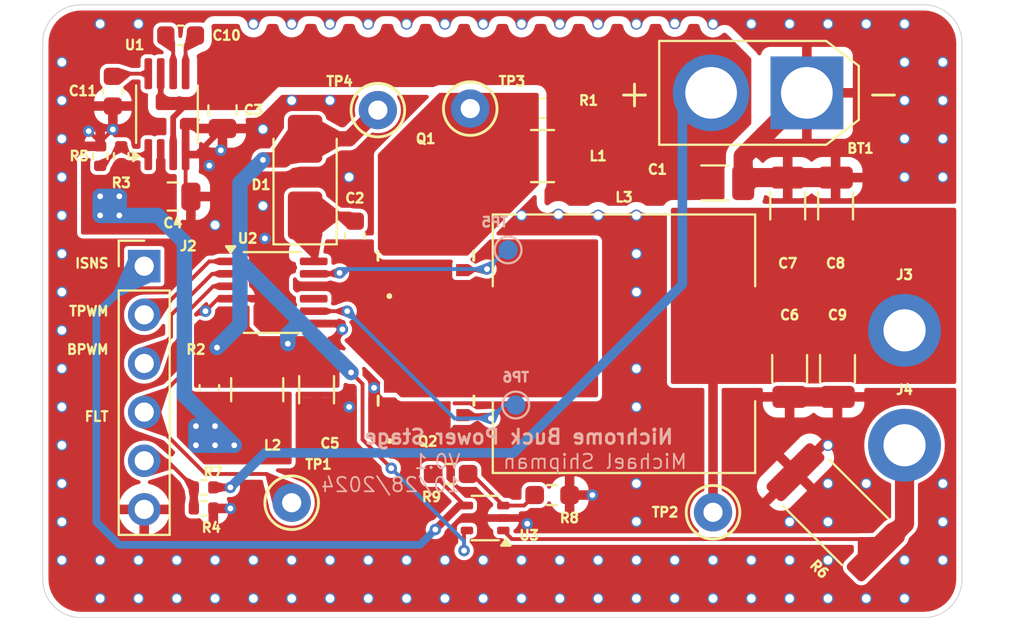
<source format=kicad_pcb>
(kicad_pcb (version 20240108) (generator "pcbnew") (generator_version "8.0")
  (layers (0 "F.Cu" signal) (1 "In1.Cu" signal) (2 "In2.Cu" signal) (31 "B.Cu" signal) (34 "B.Paste" user) (35 "F.Paste" user) (36 "B.SilkS" user "B.Silkscreen") (37 "F.SilkS" user "F.Silkscreen") (38 "B.Mask" user) (39 "F.Mask" user) (44 "Edge.Cuts" user))
  (net 0 "")
  (net 1 "+BATT")
  (net 2 "GND")
  (net 3 "VCC")
  (net 4 "Net-(D1-K)")
  (net 5 "/ISNS")
  (net 6 "/BOT_PWM")
  (net 7 "/COMP2_INP")
  (net 8 "Net-(J3-Pin_1)")
  (net 9 "/TOP_PWM")
  (net 10 "Net-(Q1-D)")
  (net 11 "Net-(U1-VOUT)")
  (net 12 "/FLT")
  (net 13 "Net-(U1-SS)")
  (net 14 "Net-(U1-PGOOD{slash}FB)")
  (net 15 "Net-(U1-C+)")
  (net 16 "Net-(U1-C-)")
  (net 17 "Net-(Q1-S)")
  (net 18 "Net-(Q1-G)")
  (net 19 "Net-(Q2-G)")
  (net 21 "Net-(J4-Pin_1)")
  (net 22 "Net-(U3--)")
  (footprint "Capacitor_SMD:C_1206_3216Metric" (layer "F.Cu") (at 150.1 97.3)
    (property "Reference" "C1")
    (property "Value" "15uF")
  )
  (footprint "Capacitor_SMD:C_0603_1608Metric" (layer "F.Cu") (at 118.6625 92.5125 -90)
    (property "Reference" "C11")
    (property "Value" "8nF")
  )
  (footprint "Capacitor_SMD:C_0603_1608Metric" (layer "F.Cu") (at 131.3 100.075 -90)
    (property "Reference" "C2")
    (property "Value" "100nF")
  )
  (footprint "TestPoint:TestPoint_Keystone_5000-5004_Miniature" (layer "F.Cu") (at 132.5 93.5)
    (property "Reference" "TP4")
    (property "Value" "TestPoint")
  )
  (footprint "Capacitor_SMD:C_0805_2012Metric" (layer "F.Cu") (at 121.7875 98.0125)
    (property "Reference" "C4")
    (property "Value" "10uF")
  )
  (footprint "Resistor_SMD:R_0402_1005Metric" (layer "F.Cu") (at 123.4 114.3)
    (property "Reference" "R7")
    (property "Value" "10k")
  )
  (footprint "BPP_Lib:CSD17307Q5A" (layer "F.Cu") (at 135.015 106.690744 90)
    (property "Reference" "Q2")
    (property "Value" "NMOS")
  )
  (footprint "Capacitor_SMD:C_1206_3216Metric" (layer "F.Cu") (at 156.4 98.5 90)
    (property "Reference" "C8")
    (property "Value" "10uF")
  )
  (footprint "BPP_Lib:Wurth_74437368047" (layer "F.Cu") (at 145.35 105.7)
    (property "Reference" "L3")
    (property "Value" "4.7uH")
  )
  (footprint "Capacitor_SMD:C_0603_1608Metric" (layer "F.Cu") (at 141.1 93.4)
    (property "Reference" "R1")
    (property "Value" "100m")
  )
  (footprint "Capacitor_SMD:C_0603_1608Metric" (layer "F.Cu") (at 123.7 108 90)
    (property "Reference" "R2")
    (property "Value" "100m")
  )
  (footprint "BPP_Lib:BalloonArt_Mask" (layer "F.Cu") (at 131.2 114.2)
    (property "Reference" "REF**" (hide yes))
    (property "Value" "BalloonArt_Mask")
  )
  (footprint "Inductor_SMD:L_1210_3225Metric" (layer "F.Cu") (at 141.1 95.9)
    (property "Reference" "L1")
    (property "Value" "3.3uH")
  )
  (footprint "Package_SO:MSOP-12-1EP_3x4mm_P0.65mm_EP1.65x2.85mm" (layer "F.Cu") (at 127 103.025)
    (property "Reference" "U2")
    (property "Value" "LTC7061IMSE-WTRPBF")
  )
  (footprint "BPP_Lib:CSD17307Q5A" (layer "F.Cu") (at 135.005 99.1206 90)
    (property "Reference" "Q1")
    (property "Value" "NMOS")
  )
  (footprint "Capacitor_SMD:C_1206_3216Metric" (layer "F.Cu") (at 154 107 -90)
    (property "Reference" "C6")
    (property "Value" "10uF")
  )
  (footprint "Resistor_SMD:R_0402_1005Metric" (layer "F.Cu") (at 118 95.9 90)
    (property "Reference" "R5")
    (property "Value" "10k")
  )
  (footprint "Resistor_SMD:R_0402_1005Metric" (layer "F.Cu") (at 123.4 113.2 180)
    (property "Reference" "R4")
    (property "Value" "14k")
  )
  (footprint "TestPoint:TestPoint_Keystone_5000-5004_Miniature" (layer "F.Cu") (at 150 114.5)
    (property "Reference" "TP2")
    (property "Value" "TestPoint")
  )
  (footprint "TestPoint:TestPoint_Keystone_5000-5004_Miniature" (layer "F.Cu") (at 137.324129 93.421197)
    (property "Reference" "TP3")
    (property "Value" "TestPoint")
  )
  (footprint "Package_SO:MSOP-8_3x3mm_P0.65mm" (layer "F.Cu") (at 121.4875 93.7125 90)
    (property "Reference" "U1")
    (property "Value" "LTC1751")
  )
  (footprint "Resistor_SMD:R_2512_6332Metric" (layer "F.Cu") (at 156.4 114.5 -45)
    (property "Reference" "R6")
    (property "Value" "5m")
  )
  (footprint "Resistor_SMD:R_0603_1608Metric_Pad0.98x0.95mm_HandSolder" (layer "F.Cu") (at 136.3 112.5 180)
    (property "Reference" "R9")
    (property "Value" "39.2k")
  )
  (footprint "Capacitor_SMD:C_1206_3216Metric" (layer "F.Cu") (at 156.5 107 -90)
    (property "Reference" "C9")
    (property "Value" "10uF")
  )
  (footprint "Capacitor_SMD:C_1206_3216Metric" (layer "F.Cu") (at 129.3 108.1 -90)
    (property "Reference" "C5")
    (property "Value" "15uF")
  )
  (footprint "Connector_AMASS:AMASS_XT30U-F_1x02_P5.0mm_Vertical" (layer "F.Cu") (at 154.9 92.6 180)
    (property "Reference" "BT1")
    (property "Value" "1S")
  )
  (footprint "MountingHole:MountingHole_2.2mm_M2_DIN965_Pad" (layer "F.Cu") (at 160 105)
    (property "Reference" "J3")
    (property "Value" "Conn_01x01_Pin")
  )
  (footprint "Package_TO_SOT_SMD:SOT-353_SC-70-5" (layer "F.Cu") (at 138.1 114.8 180)
    (property "Reference" "U3")
    (property "Value" "TLV172IDCK")
  )
  (footprint "Capacitor_SMD:C_0805_2012Metric" (layer "F.Cu") (at 124.3875 93.5125 -90)
    (property "Reference" "C3")
    (property "Value" "10uF")
  )
  (footprint "Inductor_SMD:L_1210_3225Metric" (layer "F.Cu") (at 126.2 108.1 90)
    (property "Reference" "L2")
    (property "Value" "3.3uH")
  )
  (footprint "Connector_PinHeader_2.54mm:PinHeader_1x06_P2.54mm_Vertical" (layer "F.Cu") (at 120.3 101.65)
    (property "Reference" "J2")
    (property "Value" "Conn_01x06_Socket")
  )
  (footprint "Capacitor_SMD:C_0603_1608Metric" (layer "F.Cu") (at 122.2 89.6)
    (property "Reference" "C10")
    (property "Value" "1uF")
  )
  (footprint "TestPoint:TestPoint_Keystone_5000-5004_Miniature" (layer "F.Cu") (at 128 114)
    (property "Reference" "TP1")
    (property "Value" "TestPoint")
  )
  (footprint "Diode_SMD:D_SMA" (layer "F.Cu") (at 128.7 97 90)
    (property "Reference" "D1")
    (property "Value" "D_Schottky_Small")
  )
  (footprint "Resistor_SMD:R_0402_1005Metric" (layer "F.Cu") (at 119.1 95.9 90)
    (property "Reference" "R3")
    (property "Value" "72.9k")
  )
  (footprint "Resistor_SMD:R_0603_1608Metric_Pad0.98x0.95mm_HandSolder" (layer "F.Cu") (at 141.6 113.6)
    (property "Reference" "R8")
    (property "Value" "1.4k")
  )
  (footprint "MountingHole:MountingHole_2.2mm_M2_DIN965_Pad" (layer "F.Cu") (at 160 111)
    (property "Reference" "J4")
    (property "Value" "Conn_01x01_Pin")
  )
  (footprint "Capacitor_SMD:C_1206_3216Metric" (layer "F.Cu") (at 153.9 98.5 90)
    (property "Reference" "C7")
    (property "Value" "10uF")
  )
  (footprint "TestPoint:TestPoint_Pad_D1.0mm" (layer "B.Cu") (at 139.7 108.9 180)
    (property "Reference" "TP6")
    (property "Value" "TestPoint")
  )
  (footprint "TestPoint:TestPoint_Pad_D1.0mm" (layer "B.Cu") (at 139.3 100.8 180)
    (property "Reference" "TP5")
    (property "Value" "TestPoint")
  )
  (gr_arc (start 161 88) (mid 162.414214 88.585786) (end 163 90) (stroke (width 0.05)) (layer "Edge.Cuts"))
  (gr_arc (start 117 120) (mid 115.585786 119.414214) (end 115 118) (stroke (width 0.05)) (layer "Edge.Cuts"))
  (gr_line (start 117 88) (end 161 88) (stroke (width 0.05)) (layer "Edge.Cuts"))
  (gr_line (start 115 118) (end 115 90) (stroke (width 0.05)) (layer "Edge.Cuts"))
  (gr_line (start 163 90) (end 163 118) (stroke (width 0.05)) (layer "Edge.Cuts"))
  (gr_arc (start 163 118) (mid 162.414214 119.414214) (end 161 120) (stroke (width 0.05)) (layer "Edge.Cuts"))
  (gr_line (start 161 120) (end 117 120) (stroke (width 0.05)) (layer "Edge.Cuts"))
  (gr_arc (start 115 90) (mid 115.585786 88.585786) (end 117 88) (stroke (width 0.05)) (layer "Edge.Cuts"))
  (gr_text "Michael Shipman	V0.1\n				10/28/2024" (at 148.7 113.5 0) (layer "B.SilkS") (effects (font (size 0.75 0.75) (thickness 0.09375)) (justify left bottom mirror)))
  (gr_text "Nichrome Buck Power Stage" (at 148 111 -0) (layer "B.SilkS") (effects (font (size 0.75 0.75) (thickness 0.15) (bold yes)) (justify left bottom mirror)))
  (gr_text "ISNS" (at 118.5 101.5 0) (layer "F.SilkS") (effects (font (size 0.5 0.5) (thickness 0.12)) (justify right)))
  (gr_text "BPWM" (at 118.5 106 0) (layer "F.SilkS") (effects (font (size 0.5 0.5) (thickness 0.12)) (justify right)))
  (gr_text "TPWM" (at 118.5 104 0) (layer "F.SilkS") (effects (font (size 0.5 0.5) (thickness 0.12)) (justify right)))
  (gr_text "FLT" (at 118.5 109.5 0) (layer "F.SilkS") (effects (font (size 0.5 0.5) (thickness 0.12)) (justify right)))
  (segment (start 121.1625 91.6) (end 121.1625 92.6875) (width 0.3) (layer "F.Cu") (net 1))
  (segment (start 121.5875 93.1125) (end 122.5875 93.1125) (width 0.3) (layer "F.Cu") (net 1))
  (segment (start 121.1625 92.6875) (end 121.5875 93.1125) (width 0.3) (layer "F.Cu") (net 1))
  (segment (start 121.8125 93.8875) (end 122.5875 93.1125) (width 0.3) (layer "F.Cu") (net 1))
  (segment (start 122.5875 93.1125) (end 123.8375 93.1125) (width 0.3) (layer "F.Cu") (net 1))
  (segment (start 124.8 113.2) (end 123.91 113.2) (width 0.4) (layer "F.Cu") (net 1))
  (segment (start 121.8125 95.825) (end 121.8125 93.8875) (width 0.3) (layer "F.Cu") (net 1))
  (segment (start 123.8375 93.1125) (end 124.3875 92.5625) (width 0.3) (layer "F.Cu") (net 1))
  (via (at 124.8 113.2) (size 0.6) (drill 0.3) (layers "F.Cu" "B.Cu") (net 1))
  (segment (start 148.4 102.6) (end 148.4 92.2) (width 0.5) (layer "B.Cu") (net 1))
  (segment (start 139.6 111.4) (end 148.4 102.6) (width 0.5) (layer "B.Cu") (net 1))
  (segment (start 124.8 113.2) (end 126.6 111.4) (width 0.5) (layer "B.Cu") (net 1))
  (segment (start 126.6 111.4) (end 139.6 111.4) (width 0.5) (layer "B.Cu") (net 1))
  (segment (start 129.15 104.65) (end 128.15 104.65) (width 0.4) (layer "F.Cu") (net 2))
  (segment (start 153.9 97.025) (end 152.05 97.025) (width 1) (layer "F.Cu") (net 2))
  (segment (start 118 95.39) (end 118 95.175) (width 0.2) (layer "F.Cu") (net 2))
  (segment (start 127 100.6) (end 126.6 100.2) (width 0.4) (layer "F.Cu") (net 2))
  (segment (start 152.05 97.025) (end 151.775 97.3) (width 1) (layer "F.Cu") (net 2))
  (segment (start 124.3875 94.4625) (end 124.3 94.55) (width 0.3) (layer "F.Cu") (net 2))
  (segment (start 127 103.5) (end 127 103.025) (width 0.2) (layer "F.Cu") (net 2))
  (segment (start 118 95.175) (end 118.6625 94.5125) (width 0.2) (layer "F.Cu") (net 2))
  (segment (start 128.15 104.65) (end 127 103.5) (width 0.2) (layer "F.Cu") (net 2))
  (segment (start 123.175 95.675) (end 123.7 96.2) (width 0.3) (layer "F.Cu") (net 2))
  (segment (start 118 95.2) (end 117.4 94.6) (width 0.2) (layer "F.Cu") (net 2))
  (segment (start 151.575 95.925) (end 154.9 92.6) (width 1) (layer "F.Cu") (net 2))
  (segment (start 123.7 96.2) (end 123.7 96.4) (width 0.3) (layer "F.Cu") (net 2))
  (segment (start 118.6625 93.2875) (end 118.6625 94.5125) (width 0.2) (layer "F.Cu") (net 2))
  (segment (start 122.4625 95.825) (end 123.025 95.825) (width 0.3) (layer "F.Cu") (net 2))
  (segment (start 124.8 114.3) (end 123.91 114.3) (width 0.2) (layer "F.Cu") (net 2))
  (segment (start 127 103.025) (end 127 100.6) (width 0.4) (layer "F.Cu") (net 2))
  (segment (start 124.15 103.35) (end 123.5 104) (width 0.2) (layer "F.Cu") (net 2))
  (segment (start 154 108.475) (end 156.5 108.475) (width 1) (layer "F.Cu") (net 2))
  (segment (start 122.4625 95.825) (end 122.4625 97.7375) (width 0.2) (layer "F.Cu") (net 2))
  (segment (start 123.025 95.825) (end 123.175 95.675) (width 0.3) (layer "F.Cu") (net 2))
  (segment (start 140 114.8) (end 140.3 115.1) (width 0.2) (layer "F.Cu") (net 2))
  (segment (start 130.35 104.65) (end 129.15 104.65) (width 0.4) (layer "F.Cu") (net 2))
  (segment (start 124.3 94.55) (end 124.3 95.6) (width 0.3) (layer "F.Cu") (net 2))
  (segment (start 151.775 97.3) (end 151.575 97.3) (width 1) (layer "F.Cu") (net 2))
  (segment (start 122.4625 97.7375) (end 122.7375 98.0125) (width 0.2) (layer "F.Cu") (net 2))
  (segment (start 124.85 103.35) (end 124.15 103.35) (width 0.2) (layer "F.Cu") (net 2))
  (segment (start 124.85 103.35) (end 126.675 103.35) (width 0.2) (layer "F.Cu") (net 2))
  (segment (start 151.575 97.3) (end 151.575 95.925) (width 1) (layer "F.Cu") (net 2))
  (segment (start 126.675 103.35) (end 127 103.025) (width 0.2) (layer "F.Cu") (net 2))
  (segment (start 143.7 113.6) (end 142.5125 113.6) (width 0.2) (layer "F.Cu") (net 2))
  (segment (start 139.05 114.8) (end 140 114.8) (width 0.2) (layer "F.Cu") (net 2))
  (segment (start 153.9 97.025) (end 156.4 97.025) (width 1) (layer "F.Cu") (net 2))
  (segment (start 123.175 95.675) (end 124.3875 94.4625) (width 0.3) (layer "F.Cu") (net 2))
  (segment (start 118 95.39) (end 118 95.2) (width 0.2) (layer "F.Cu") (net 2))
  (segment (start 130.65 104.95) (end 130.35 104.65) (width 0.4) (layer "F.Cu") (net 2))
  (via (at 116 107) (size 0.6) (drill 0.45) (layers "F.Cu" "B.Cu") (net 2))
  (via (at 146 107) (size 0.6) (drill 0.45) (layers "F.Cu" "B.Cu") (net 2))
  (via (at 156 113) (size 0.6) (drill 0.45) (layers "F.Cu" "B.Cu") (net 2))
  (via (at 148 88.974136) (size 0.6) (drill 0.45) (layers "F.Cu" "B.Cu") (net 2))
  (via (at 140.3 115.1) (size 0.6) (drill 0.3) (layers "F.Cu" "B.Cu") (net 2))
  (via (at 142 117) (size 0.6) (drill 0.45) (layers "F.Cu" "B.Cu") (net 2))
  (via (at 132.3 108) (size 0.6) (drill 0.3) (layers "F.Cu" "B.Cu") (net 2))
  (via (at 128 89) (size 0.6) (drill 0.45) (layers "F.Cu" "B.Cu") (net 2))
  (via (at 146 114.986354) (size 0.6) (drill 0.45) (layers "F.Cu" "B.Cu") (net 2))
  (via (at 154 115) (size 0.6) (drill 0.45) (layers "F.Cu" "B.Cu") (net 2))
  (via (at 126 89) (size 0.6) (drill 0.45) (layers "F.Cu" "B.Cu") (net 2))
  (via (at 160 97) (size 0.6) (drill 0.45) (layers "F.Cu" "B.Cu") (net 2))
  (via (at 138 119) (size 0.6) (drill 0.45) (layers "F.Cu" "B.Cu") (net 2))
  (via (at 156 117) (size 0.6) (drill 0.45) (layers "F.Cu" "B.Cu") (net 2))
  (via (at 152 119) (size 0.6) (drill 0.45) (layers "F.Cu" "B.Cu") (net 2))
  (via (at 136 119) (size 0.6) (drill 0.45) (layers "F.Cu" "B.Cu") (net 2))
  (via (at 116 97) (size 0.6) (drill 0.45) (layers "F.Cu" "B.Cu") (net 2))
  (via (at 141.925 98.95) (size 0.6) (drill 0.45) (layers "F.Cu" "B.Cu") (net 2))
  (via (at 160 117) (size 0.6) (drill 0.45) (layers "F.Cu" "B.Cu") (net 2))
  (via (at 148 119) (size 0.6) (drill 0.45) (layers "F.Cu" "B.Cu") (net 2))
  (via (at 144 117) (size 0.6) (drill 0.45) (layers "F.Cu" "B.Cu") (net 2))
  (via (at 116 95) (size 0.6) (drill 0.45) (layers "F.Cu" "B.Cu") (net 2))
  (via (at 128 119) (size 0.6) (drill 0.45) (layers "F.Cu" "B.Cu") (net 2))
  (via (at 160 119) (size 0.6) (drill 0.45) (layers "F.Cu" "B.Cu") (net 2))
  (via (at 138 117) (size 0.6) (drill 0.45) (layers "F.Cu" "B.Cu") (net 2))
  (via (at 126.5 94.5) (size 0.6) (drill 0.45) (layers "F.Cu" "B.Cu") (net 2))
  (via (at 143.7 113.6) (size 0.6) (drill 0.3) (layers "F.Cu" "B.Cu") (net 2))
  (via (at 162 91) (size 0.6) (drill 0.45) (layers "F.Cu" "B.Cu") (net 2))
  (via (at 146 89) (size 0.6) (drill 0.45) (layers "F.Cu" "B.Cu") (net 2))
  (via (at 116 103) (size 0.6) (drill 0.45) (layers "F.Cu" "B.Cu") (net 2))
  (via (at 146 117) (size 0.6) (drill 0.45) (layers "F.Cu" "B.Cu") (net 2))
  (via (at 117.4 94.6) (size 0.6) (drill 0.3) (layers "F.Cu" "B.Cu") (net 2))
  (via (at 124.8 114.3) (size 0.6) (drill 0.3) (layers "F.Cu" "B.Cu") (net 2))
  (via (at 118.6625 94.5125) (size 0.6) (drill 0.3) (layers "F.Cu" "B.Cu") (net 2))
  (via (at 142 119) (size 0.6) (drill 0.45) (layers "F.Cu" "B.Cu") (net 2))
  (via (at 120 89) (size 0.6) (drill 0.45) (layers "F.Cu" "B.Cu") (net 2))
  (via (at 146 119) (size 0.6) (drill 0.45) (layers "F.Cu" "B.Cu") (net 2))
  (via (at 156 115) (size 0.6) (drill 0.45) (layers "F.Cu" "B.Cu") (net 2))
  (via (at 148 117) (size 0.6) (drill 0.45) (layers "F.Cu" "B.Cu") (net 2))
  (via (at 140 117) (size 0.6) (drill 0.45) (layers "F.Cu" "B.Cu") (net 2))
  (via (at 130.65 104.95) (size 0.6) (drill 0.3) (layers "F.Cu" "B.Cu") (net 2))
  (via (at 156 89) (size 0.6) (drill 0.45) (layers "F.Cu" "B.Cu") (net 2))
  (via (at 128 93) (size 0.6) (drill 0.45) (layers "F.Cu" "B.Cu") (net 2))
  (via (at 126 116.999999) (size 0.6) (drill 0.45) (layers "F.Cu" "B.Cu") (net 2))
  (via (at 116 101) (size 0.6) (drill 0.45) (layers "F.Cu" "B.Cu") (net 2))
  (via (at 116 117) (size 0.6) (drill 0.45) (layers "F.Cu" "B.Cu") (net 2))
  (via (at 124 99.5) (size 0.6) (drill 0.45) (layers "F.Cu" "B.Cu") (net 2))
  (via (at 123.5 104) (size 0.6) (drill 0.3) (layers "F.Cu" "B.Cu") (net 2))
  (via (at 146 103) (size 0.6) (drill 0.45) (layers "F.Cu" "B.Cu") (net 2))
  (via (at 116 115) (size 0.6) (drill 0.45) (layers "F.Cu" "B.Cu") (net 2))
  (via (at 152 117) (size 0.6) (drill 0.45) (layers "F.Cu" "B.Cu") (net 2))
  (via (at 132 117) (size 0.6) (drill 0.45) (layers "F.Cu" "B.Cu") (net 2))
  (via (at 124.3 95.6) (size 0.6) (drill 0.3) (layers "F.Cu" "B.Cu") (net 2))
  (via (at 146 101) (size 0.6) (drill 0.45) (layers "F.Cu" "B.Cu") (net 2))
  (via (at 134 119) (size 0.6) (drill 0.45) (layers "F.Cu" "B.Cu") (net 2))
  (via (at 124 117) (size 0.6) (drill 0.45) (layers "F.Cu" "B.Cu") (net 2))
  (via (at 162 113) (size 0.6) (drill 0.45) (layers "F.Cu" "B.Cu") (net 2))
  (via (at 152 89) (size 0.6) (drill 0.45) (layers "F.Cu" "B.Cu") (net 2))
  (via (at 132 119) (size 0.6) (drill 0.45) (layers "F.Cu" "B.Cu") (net 2))
  (via (at 154 119) (size 0.6) (drill 0.45) (layers "F.Cu" "B.Cu") (net 2))
  (via (at 116 109) (size 0.6) (drill 0.45) (layers "F.Cu" "B.Cu") (net 2))
  (via (at 150 89) (size 0.6) (drill 0.45) (layers "F.Cu" "B.Cu") (net 2))
  (via (at 128 117) (size 0.6) (drill 0.45) (layers "F.Cu" "B.Cu") (net 2))
  (via (at 160 93) (size 0.6) (drill 0.45) (layers "F.Cu" "B.Cu") (net 2))
  (via (at 122 119) (size 0.6) (drill 0.45) (layers "F.Cu" "B.Cu") (net 2))
  (via (at 116 99) (size 0.6) (drill 0.45) (layers "F.Cu" "B.Cu") (net 2))
  (via (at 126 119) (size 0.6) (drill 0.45) (layers "F.Cu" "B.Cu") (net 2))
  (via (at 138 89) (size 0.6) (drill 0.45) (layers "F.Cu" "B.Cu") (net 2))
  (via (at 140 119) (size 0.6) (drill 0.45) (layers "F.Cu" "B.Cu") (net 2))
  (via (at 146 109) (size 0.6) (drill 0.45) (layers "F.Cu" "B.Cu") (net 2))
  (via (at 130 89) (size 0.6) (drill 0.45) (layers "F.Cu" "B.Cu") (net 2))
  (via (at 144 89) (size 0.6) (drill 0.45) (layers "F.Cu" "B.Cu") (net 2))
  (via (at 156 111) (size 0.6) (drill 0.45) (layers "F.Cu" "B.Cu") (net 2))
  (via (at 158 119) (size 0.6) (drill 0.45) (layers "F.Cu" "B.Cu") (net 2))
  (via (at 131 109) (size 0.6) (drill 0.3) (layers "F.Cu" "B.Cu") (net 2))
  (via (at 118 89) (size 0.6) (drill 0.45) (layers "F.Cu" "B.Cu") (net 2))
  (via (at 158 89) (size 0.6) (drill 0.45) (layers "F.Cu" "B.Cu") (net 2))
  (via (at 118 119) (size 0.6) (drill 0.45) (layers "F.Cu" "B.Cu") (net 2))
  (via (at 126.6 100.2) (size 0.6) (drill 0.3) (layers "F.Cu" "B.Cu") (net 2))
  (via (at 126.5 98.5) (size 0.6) (drill 0.45) (layers "F.Cu" "B.Cu") (net 2))
  (via (at 146 99) (size 0.6) (drill 0.45) (layers "F.Cu" "B.Cu") (net 2))
  (via (at 123.7 96.4) (size 0.6) (drill 0.3) (layers "F.Cu" "B.Cu") (net 2))
  (via (at 116 111) (size 0.6) (drill 0.45) (layers "F.Cu" "B.Cu") (net 2))
  (via (at 140 99) (size 0.6) (drill 0.45) (layers "F.Cu" "B.Cu") (net 2))
  (via (at 118 117) (size 0.6) (drill 0.45) (layers "F.Cu" "B.Cu") (net 2))
  (via (at 160 95) (size 0.6) (drill 0.45) (layers "F.Cu" "B.Cu") (net 2))
  (via (at 130 93) (size 0.6) (drill 0.45) (layers "F.Cu" "B.Cu") (net 2))
  (via (at 130 117) (size 0.6) (drill 0.45) (layers "F.Cu" "B.Cu") (net 2))
  (via (at 116 91) (size 0.6) (drill 0.45) (layers "F.Cu" "B.Cu") (net 2))
  (via (at 150 117) (size 0.6) (drill 0.45) (layers "F.Cu" "B.Cu") (net 2))
  (via (at 120 117) (size 0.6) (drill 0.45) (layers "F.Cu" "B.Cu") (net 2))
  (via (at 158 113) (size 0.6) (drill 0.45) (layers "F.Cu" "B.Cu") (net 2))
  (via (at 156 119) (size 0.6) (drill 0.45) (layers "F.Cu" "B.Cu") (net 2))
  (via (at 160 89) (size 0.6) (drill 0.45) (layers "F.Cu" "B.Cu") (net 2))
  (via (at 136 117) (size 0.6) (drill 0.45) (layers "F.Cu" "B.Cu") (net 2))
  (via (at 122 117) (size 0.6) (drill 0.45) (layers "F.Cu" "B.Cu") (net 2))
  (via (at 150 119) (size 0.6) (drill 0.45) (layers "F.Cu" "B.Cu") (net 2))
  (via (at 116 93) (size 0.6) (drill 0.45) (layers "F.Cu" "B.Cu") (net 2))
  (via (at 162 117) (size 0.6) (drill 0.45) (layers "F.Cu" "B.Cu") (net 2))
  (via (at 162 95) (size 0.6) (drill 0.45) (layers "F.Cu" "B.Cu") (net 2))
  (via (at 160 91) (size 0.6) (drill 0.45) (layers "F.Cu" "B.Cu") (net 2))
  (via (at 154 117) (size 0.6) (drill 0.45) (layers "F.Cu" "B.Cu") (net 2))
  (via (at 124 119) (size 0.6) (drill 0.45) (layers "F.Cu" "B.Cu") (net 2))
  (via (at 134 89) (size 0.6) (drill 0.45) (layers "F.Cu" "B.Cu") (net 2))
  (via (at 136 89) (size 0.6) (drill 0.45) (layers "F.Cu" "B.Cu") (net 2))
  (via (at 120 119) (size 0.6) (drill 0.45) (layers "F.Cu" "B.Cu") (net 2))
  (via (at 144 119) (size 0.6) (drill 0.45) (layers "F.Cu" "B.Cu") (net 2))
  (via (at 130 119) (size 0.6) (drill 0.45) (layers "F.Cu" "B.Cu") (net 2))
  (via (at 116 105) (size 0.6) (drill 0.45) (layers "F.Cu" "B.Cu") (net 2))
  (via (at 154 89) (size 0.6) (drill 0.45) (layers "F.Cu" "B.Cu") (net 2))
  (via (at 162 115) (size 0.6) (drill 0.45) (layers "F.Cu" "B.Cu") (net 2))
  (via (at 162 93) (size 0.6) (drill 0.45) (layers "F.Cu" "B.Cu") (net 2))
  (via (at 142 89) (size 0.6) (drill 0.45) (layers "F.Cu" "B.Cu") (net 2))
  (via (at 134 116.999999) (size 0.6) (drill 0.45) (layers "F.Cu" "B.Cu") (net 2))
  (via (at 131 97) (size 0.6) (drill 0.45) (layers "F.Cu" "B.Cu") (net 2))
  (via (at 140 89) (size 0.6) (drill 0.45) (layers "F.Cu" "B.Cu") (net 2))
  (via (at 116 113) (size 0.6) (drill 0.45) (layers "F.Cu" "B.Cu") (net 2))
  (via (at 132 89) (size 0.6) (drill 0.45) (layers "F.Cu" "B.Cu") (net 2))
  (via (at 162 97) (size 0.6) (drill 0.45) (layers "F.Cu" "B.Cu") (net 2))
  (via (at 146 113) (size 0.6) (drill 0.45) (layers "F.Cu" "B.Cu") (net 2))
  (via (at 144 99) (size 0.6) (drill 0.45) (layers "F.Cu" "B.Cu") (net 2))
  (segment (start 130.525 106.625) (end 131.1 107.2) (width 0.8) (layer "F.Cu") (net 3))
  (segment (start 128.7 95) (end 131 95) (width 0.8) (layer "F.Cu") (net 3))
  (segment (start 137 115.6) (end 137 116.5) (width 0.2) (layer "F.Cu") (net 3))
  (segment (start 127.6 96.1) (end 126.5 96.1) (width 0.8) (layer "F.Cu") (net 3))
  (segment (start 131 95) (end 132.5 93.5) (width 0.8) (layer "F.Cu") (net 3))
  (segment (start 137.15 115.45) (end 137 115.6) (width 0.2) (layer "F.Cu") (net 3))
  (segment (start 131.7 107.8) (end 131.1 107.2) (width 0.2) (layer "F.Cu") (net 3))
  (segment (start 131.7 110.7) (end 131.7 107.8) (width 0.2) (layer "F.Cu") (net 3))
  (segment (start 128.7 95) (end 127.6 96.1) (width 0.8) (layer "F.Cu") (net 3))
  (segment (start 129.3 106.625) (end 130.525 106.625) (width 0.8) (layer "F.Cu") (net 3))
  (segment (start 133.2 112.2) (end 131.7 110.7) (width 0.2) (layer "F.Cu") (net 3))
  (via (at 127.8 105.7) (size 0.6) (drill 0.3) (layers "F.Cu" "B.Cu") (net 3))
  (via (at 137 116.5) (size 0.6) (drill 0.3) (layers "F.Cu" "B.Cu") (net 3))
  (via (at 124.1 105.9) (size 0.6) (drill 0.3) (layers "F.Cu" "B.Cu") (net 3))
  (via (at 131.1 107.2) (size 0.6) (drill 0.3) (layers "F.Cu" "B.Cu") (net 3))
  (via (at 126.5 96.1) (size 0.6) (drill 0.3) (layers "F.Cu" "B.Cu") (net 3))
  (via (at 133.2 112.2) (size 0.6) (drill 0.3) (layers "F.Cu" "B.Cu") (net 3))
  (segment (start 126.5 102.6) (end 128.45 104.55) (width 0.8) (layer "B.Cu") (net 3))
  (segment (start 125.3 101.4) (end 126.5 102.6) (width 0.8) (layer "B.Cu") (net 3))
  (segment (start 127.8 105.2) (end 127.8 105.7) (width 0.8) (layer "B.Cu") (net 3))
  (segment (start 128.45 104.55) (end 127.8 105.2) (width 0.8) (layer "B.Cu") (net 3))
  (segment (start 125.3 101.4) (end 125.3 104.7) (width 0.8) (layer "B.Cu") (net 3))
  (segment (start 125.3 97.3) (end 125.3 101.4) (width 0.8) (layer "B.Cu") (net 3))
  (segment (start 128.45 104.55) (end 131.1 107.2) (width 0.8) (layer "B.Cu") (net 3))
  (segment (start 125.3 104.7) (end 124.1 105.9) (width 0.8) (layer "B.Cu") (net 3))
  (segment (start 126.5 96.1) (end 125.3 97.3) (width 0.8) (layer "B.Cu") (net 3))
  (segment (start 137 116) (end 133.2 112.2) (width 0.2) (layer "B.Cu") (net 3))
  (segment (start 137 116.5) (end 137 116) (width 0.2) (layer "B.Cu") (net 3))
  (segment (start 129.2 99.5) (end 128.7 99) (width 0.4) (layer "F.Cu") (net 4))
  (segment (start 129.15 101.4) (end 129.2 101.35) (width 0.4) (layer "F.Cu") (net 4))
  (segment (start 129.2 101.35) (end 129.2 99.5) (width 0.4) (layer "F.Cu") (net 4))
  (segment (start 128.7 99) (end 131 99) (width 0.4) (layer "F.Cu") (net 4))
  (segment (start 131 99) (end 131.3 99.3) (width 0.4) (layer "F.Cu") (net 4))
  (segment (start 137.15 114.15) (end 136.75 114.15) (width 0.4) (layer "F.Cu") (net 5))
  (segment (start 137.0375 114.15) (end 135.3875 112.5) (width 0.2) (layer "F.Cu") (net 5))
  (segment (start 137.15 114.15) (end 137.0375 114.15) (width 0.2) (layer "F.Cu") (net 5))
  (segment (start 136.75 114.15) (end 135.5 115.4) (width 0.4) (layer "F.Cu") (net 5))
  (via (at 135.5 115.4) (size 0.6) (drill 0.3) (layers "F.Cu" "B.Cu") (net 5))
  (segment (start 117.8 104.1) (end 117.85 104.1) (width 0.2) (layer "B.Cu") (net 5))
  (segment (start 134.7 116.2) (end 119 116.2) (width 0.4) (layer "B.Cu") (net 5))
  (segment (start 117.85 104.1) (end 120.3 101.65) (width 0.4) (layer "B.Cu") (net 5))
  (segment (start 119 116.2) (end 117.8 115) (width 0.4) (layer "B.Cu") (net 5))
  (segment (start 117.8 115) (end 117.8 104.1) (width 0.4) (layer "B.Cu") (net 5))
  (segment (start 135.5 115.4) (end 134.7 116.2) (width 0.4) (layer "B.Cu") (net 5))
  (segment (start 121.7 105.33) (end 120.3 106.73) (width 0.2) (layer "F.Cu") (net 6))
  (segment (start 121.7 104.2) (end 121.7 105.33) (width 0.2) (layer "F.Cu") (net 6))
  (segment (start 124.85 102.05) (end 123.85 102.05) (width 0.2) (layer "F.Cu") (net 6))
  (segment (start 123.85 102.05) (end 121.7 104.2) (width 0.2) (layer "F.Cu") (net 6))
  (segment (start 121.5 111.81) (end 120.3 111.81) (width 0.2) (layer "F.Cu") (net 7))
  (segment (start 122.89 113.2) (end 121.5 111.81) (width 0.2) (layer "F.Cu") (net 7))
  (segment (start 122.89 114.3) (end 122.89 113.2) (width 0.4) (layer "F.Cu") (net 7))
  (segment (start 150.1 105.7) (end 150 105.8) (width 0.5) (layer "F.Cu") (net 8))
  (segment (start 153.9 101.9) (end 150.1 105.7) (width 0.2) (layer "F.Cu") (net 8))
  (segment (start 157 105.025) (end 157 100.575) (width 0.2) (layer "F.Cu") (net 8))
  (segment (start 150 105.8) (end 150 114.5) (width 0.5) (layer "F.Cu") (net 8))
  (segment (start 153.825 105.7) (end 154 105.525) (width 0.2) (layer "F.Cu") (net 8))
  (segment (start 154 105.525) (end 156.5 105.525) (width 0.2) (layer "F.Cu") (net 8))
  (segment (start 156.5 105.525) (end 157 105.025) (width 0.2) (layer "F.Cu") (net 8))
  (segment (start 157 100.575) (end 156.4 99.975) (width 0.2) (layer "F.Cu") (net 8))
  (segment (start 156.4 99.975) (end 153.9 99.975) (width 0.2) (layer "F.Cu") (net 8))
  (segment (start 150.1 105.7) (end 153.825 105.7) (width 0.2) (layer "F.Cu") (net 8))
  (segment (start 153.9 99.975) (end 153.9 101.9) (width 0.2) (layer "F.Cu") (net 8))
  (segment (start 120.91 104.19) (end 120.3 104.19) (width 0.2) (layer "F.Cu") (net 9))
  (segment (start 120.49 104) (end 120.3 104.19) (width 0.2) (layer "F.Cu") (net 9))
  (segment (start 123.7 101.4) (end 120.91 104.19) (width 0.2) (layer "F.Cu") (net 9))
  (segment (start 124.85 101.4) (end 123.7 101.4) (width 0.2) (layer "F.Cu") (net 9))
  (segment (start 137.324129 93.421197) (end 137.324129 93.524129) (width 0.5) (layer "F.Cu") (net 10))
  (segment (start 137.324129 93.524129) (end 139.7 95.9) (width 0.5) (layer "F.Cu") (net 10))
  (segment (start 121.1625 97.6875) (end 120.8375 98.0125) (width 0.2) (layer "F.Cu") (net 11))
  (segment (start 119.1 96.41) (end 119.235 96.41) (width 0.2) (layer "F.Cu") (net 11))
  (segment (start 119.235 96.41) (end 120.8375 98.0125) (width 0.2) (layer "F.Cu") (net 11))
  (segment (start 121.1625 95.825) (end 121.1625 97.6875) (width 0.2) (layer "F.Cu") (net 11))
  (via (at 123 111) (size 0.6) (drill 0.3) (layers "F.Cu" "B.Cu") (net 11))
  (via (at 124 110) (size 0.6) (drill 0.3) (layers "F.Cu" "B.Cu") (net 11))
  (via (at 124 111) (size 0.6) (drill 0.3) (layers "F.Cu" "B.Cu") (net 11))
  (via (at 119 98) (size 0.6) (drill 0.3) (layers "F.Cu" "B.Cu") (net 11))
  (via (at 119 99) (size 0.6) (drill 0.3) (layers "F.Cu" "B.Cu") (net 11))
  (via (at 118 99) (size 0.6) (drill 0.3) (layers "F.Cu" "B.Cu") (net 11))
  (via (at 125 111) (size 0.6) (drill 0.3) (layers "F.Cu" "B.Cu") (net 11))
  (via (at 123 110) (size 0.6) (drill 0.3) (layers "F.Cu" "B.Cu") (net 11))
  (via (at 118 98) (size 0.6) (drill 0.3) (layers "F.Cu" "B.Cu") (net 11))
  (segment (start 123 111) (end 124 111) (width 0.8) (layer "B.Cu") (net 11))
  (segment (start 125 111) (end 124 111) (width 0.8) (layer "B.Cu") (net 11))
  (segment (start 118 98) (end 119 98) (width 0.8) (layer "B.Cu") (net 11))
  (segment (start 118 98) (end 119 99) (width 0.8) (layer "B.Cu") (net 11))
  (segment (start 123 111) (end 123 110) (width 0.8) (layer "B.Cu") (net 11))
  (segment (start 121 99) (end 119 99) (width 0.8) (layer "B.Cu") (net 11))
  (segment (start 119 99) (end 119 98) (width 0.8) (layer "B.Cu") (net 11))
  (segment (start 122.4 100.4) (end 121 99) (width 0.8) (layer "B.Cu") (net 11))
  (segment (start 124 110) (end 122.4 108.4) (width 0.8) (layer "B.Cu") (net 11))
  (segment (start 119 99) (end 118 99) (width 0.8) (layer "B.Cu") (net 11))
  (segment (start 118 98) (end 118 99) (width 0.8) (layer "B.Cu") (net 11))
  (segment (start 122.4 108.4) (end 122.4 100.4) (width 0.8) (layer "B.Cu") (net 11))
  (segment (start 124 110) (end 123 111) (width 0.8) (layer "B.Cu") (net 11))
  (segment (start 124 111) (end 124 110) (width 0.8) (layer "B.Cu") (net 11))
  (segment (start 124 110) (end 125 111) (width 0.8) (layer "B.Cu") (net 11))
  (segment (start 123 110) (end 124 111) (width 0.8) (layer "B.Cu") (net 11))
  (segment (start 123 110) (end 124 110) (width 0.8) (layer "B.Cu") (net 11))
  (segment (start 128 113.8) (end 128 114) (width 0.2) (layer "F.Cu") (net 12))
  (segment (start 126.7 112.5) (end 128 113.8) (width 0.2) (layer "F.Cu") (net 12))
  (segment (start 123.9 102.7) (end 122.6 104) (width 0.2) (layer "F.Cu") (net 12))
  (segment (start 124.85 102.7) (end 123.9 102.7) (width 0.2) (layer "F.Cu") (net 12))
  (segment (start 123.5 112.5) (end 126.7 112.5) (width 0.2) (layer "F.Cu") (net 12))
  (segment (start 120.3 109.27) (end 120.3 109.3) (width 0.2) (layer "F.Cu") (net 12))
  (segment (start 120.3 109.3) (end 123.5 112.5) (width 0.2) (layer "F.Cu") (net 12))
  (segment (start 122.6 106.97) (end 120.3 109.27) (width 0.2) (layer "F.Cu") (net 12))
  (segment (start 122.6 104) (end 122.6 106.97) (width 0.2) (layer "F.Cu") (net 12))
  (segment (start 118.8 91.6) (end 118.6625 91.7375) (width 0.2) (layer "F.Cu") (net 13))
  (segment (start 120.5125 91.6) (end 118.8 91.6) (width 0.2) (layer "F.Cu") (net 13))
  (segment (start 119.1 95.39) (end 119.535 95.825) (width 0.2) (layer "F.Cu") (net 14))
  (segment (start 118 96.41) (end 118.08 96.41) (width 0.2) (layer "F.Cu") (net 14))
  (segment (start 119.535 95.825) (end 120.5125 95.825) (width 0.2) (layer "F.Cu") (net 14))
  (segment (start 118.08 96.41) (end 119.1 95.39) (width 0.2) (layer "F.Cu") (net 14))
  (segment (start 121.8125 91.6) (end 121.8125 89.9875) (width 0.2) (layer "F.Cu") (net 15))
  (segment (start 121.8125 89.9875) (end 121.425 89.6) (width 0.2) (layer "F.Cu") (net 15))
  (segment (start 122.4625 90.1125) (end 122.975 89.6) (width 0.2) (layer "F.Cu") (net 16))
  (segment (start 122.4625 91.6) (end 122.4625 90.1125) (width 0.2) (layer "F.Cu") (net 16))
  (segment (start 135.423228 105.7) (end 140.6 105.7) (width 0.2) (layer "F.Cu") (net 17))
  (segment (start 132.094328 100.85) (end 133.1 101.855672) (width 0.2) (layer "F.Cu") (net 17))
  (segment (start 136.92 103.955672) (end 135.65 103.955672) (width 0.2) (layer "F.Cu") (net 17))
  (segment (start 133.11 103.554328) (end 132.255672 102.7) (width 0.2) (layer "F.Cu") (net 17))
  (segment (start 135.65 103.955672) (end 134.38 103.955672) (width 0.2) (layer "F.Cu") (net 17))
  (segment (start 134.38 103.955672) (end 133.11 103.955672) (width 0.2) (layer "F.Cu") (net 17))
  (segment (start 135.015 106.108228) (end 135.423228 105.7) (width 0.2) (layer "F.Cu") (net 17))
  (segment (start 131.3 100.85) (end 132.094328 100.85) (width 0.2) (layer "F.Cu") (net 17))
  (segment (start 129.15 102.7) (end 132.255672 102.7) (width 0.2) (layer "F.Cu") (net 17))
  (segment (start 132.255672 102.7) (end 133.1 101.855672) (width 0.2) (layer "F.Cu") (net 17))
  (segment (start 133.11 103.955672) (end 133.11 103.554328) (width 0.2) (layer "F.Cu") (net 17))
  (segment (start 133.1 101.855672) (end 135.64 101.855672) (width 0.2) (layer "F.Cu") (net 17))
  (segment (start 130.45 102.05) (end 129.15 102.05) (width 0.2) (layer "F.Cu") (net 18))
  (segment (start 138.144328 101.855672) (end 138.2 101.8) (width 0.2) (layer "F.Cu") (net 18))
  (segment (start 136.91 101.855672) (end 138.144328 101.855672) (width 0.2) (layer "F.Cu") (net 18))
  (segment (start 130.5 102) (end 130.45 102.05) (width 0.2) (layer "F.Cu") (net 18))
  (via (at 138.2 101.8) (size 0.6) (drill 0.3) (layers "F.Cu" "B.Cu") (net 18))
  (via (at 130.5 102) (size 0.6) (drill 0.3) (layers "F.Cu" "B.Cu") (net 18))
  (segment (start 139.2 100.8) (end 139.3 100.8) (width 0.2) (layer "B.Cu") (net 18))
  (segment (start 130.5 102) (end 130.7 101.8) (width 0.2) (layer "B.Cu") (net 18))
  (segment (start 130.7 101.8) (end 138.2 101.8) (width 0.2) (layer "B.Cu") (net 18))
  (segment (start 138.2 101.8) (end 139.2 100.8) (width 0.2) (layer "B.Cu") (net 18))
  (segment (start 129.15 104) (end 130.9 104) (width 0.2) (layer "F.Cu") (net 19))
  (segment (start 136.92 109.425816) (end 138.225816 109.425816) (width 0.2) (layer "F.Cu") (net 19))
  (segment (start 138.225816 109.425816) (end 138.4 109.6) (width 0.2) (layer "F.Cu") (net 19))
  (via (at 138.4 109.6) (size 0.6) (drill 0.3) (layers "F.Cu" "B.Cu") (net 19))
  (via (at 130.9 104) (size 0.6) (drill 0.3) (layers "F.Cu" "B.Cu") (net 19))
  (segment (start 139.1 108.9) (end 139.7 108.9) (width 0.2) (layer "B.Cu") (net 19))
  (segment (start 138.4 109.6) (end 139.1 108.9) (width 0.2) (layer "B.Cu") (net 19))
  (segment (start 138.4 109.6) (end 136.5 109.6) (width 0.2) (layer "B.Cu") (net 19))
  (segment (start 136.5 109.6) (end 130.9 104) (width 0.2) (layer "B.Cu") (net 19))
  (segment (start 139.5 115.9) (end 157.8 115.9) (width 0.2) (layer "F.Cu") (net 21))
  (segment (start 157.8 115.9) (end 158.494804 116.594804) (width 0.2) (layer "F.Cu") (net 21))
  (segment (start 160 115.089608) (end 160 111) (width 1) (layer "F.Cu") (net 21))
  (segment (start 139.05 115.45) (end 139.5 115.9) (width 0.2) (layer "F.Cu") (net 21))
  (segment (start 158.494804 116.594804) (end 160 115.089608) (width 1) (layer "F.Cu") (net 21))
  (segment (start 137.2125 112.5) (end 137.4 112.5) (width 0.2) (layer "F.Cu") (net 22))
  (segment (start 137.4 112.5) (end 139.05 114.15) (width 0.2) (layer "F.Cu") (net 22))
  (segment (start 139.05 114.15) (end 140.1375 114.15) (width 0.2) (layer "F.Cu") (net 22))
  (segment (start 140.1375 114.15) (end 140.6875 113.6) (width 0.2) (layer "F.Cu") (net 22))
  (zone (net 2) (net_name "GND") (layer "F.Cu") (name "GND") (connect_pads (clearance 0.2)) (min_thickness 0.2) (fill yes (thermal_gap 0.5) (thermal_bridge_width 0.5))
    (polygon (pts (xy 115 88) (xy 115 120) (xy 163 120) (xy 163 88)))
  )
  (zone (net 2) (net_name "GND") (layer "F.Cu") (name "GND") (connect_pads yes (clearance 0.2)) (min_thickness 0.2) (fill yes (thermal_gap 0.5) (thermal_bridge_width 0.5))
    (polygon (pts (xy 128.1 108.5) (xy 136.3 108.5) (xy 136.3 110.8) (xy 128.1 110.8)))
  )
  (zone (net 10) (net_name "Net-(Q1-D)") (layer "F.Cu") (name "Q1") (priority 2) (connect_pads yes (clearance 0.2)) (min_thickness 0.2) (fill yes (thermal_gap 0.5) (thermal_bridge_width 0.5))
    (polygon (pts (xy 140.9 92.6) (xy 135.7 92.6) (xy 132.5 95.8) (xy 132.5 101.1) (xy 137.2 101.1) (xy 140.9 97.4)))
  )
  (zone (net 17) (net_name "Net-(Q1-S)") (layer "F.Cu") (priority 1) (connect_pads yes (clearance 0.2)) (min_thickness 0.2) (fill yes (thermal_gap 0.5) (thermal_bridge_width 0.5))
    (polygon (pts (xy 144 108.5) (xy 133.7 108.5) (xy 128.0668 102.8668) (xy 128.0668 100.25) (xy 144 100.25)))
  )
  (zone (net 11) (net_name "Net-(U1-VOUT)") (layer "F.Cu") (priority 1) (connect_pads yes (clearance 0.2)) (min_thickness 0.2) (fill yes (thermal_gap 0.5) (thermal_bridge_width 0.5))
    (polygon (pts (xy 128 108) (xy 122 108) (xy 122 112) (xy 128 112)))
  )
  (zone (net 3) (net_name "VCC") (layer "F.Cu") (priority 3) (connect_pads yes (clearance 0.2)) (min_thickness 0.2) (fill yes (thermal_gap 0.5) (thermal_bridge_width 0.5))
    (polygon (pts (xy 123.9 103.7) (xy 122.9 104.7) (xy 122.9 108) (xy 130.5 108) (xy 130.5 106.4) (xy 129.4 105.3) (xy 126.3 105.3) (xy 125.8 104.8) (xy 125.8 103.7)))
  )
  (zone (net 1) (net_name "+BATT") (layer "F.Cu") (name "BATT") (priority 1) (connect_pads yes (clearance 0.4)) (min_thickness 0.3) (fill yes (thermal_gap 0.5) (thermal_bridge_width 0.5))
    (polygon (pts (xy 141.2 98.5) (xy 141.2 92.8) (xy 140.7 92.3) (xy 127.3 92.3) (xy 126.1 93.5) (xy 120.9 93.5) (xy 120.9 89) (xy 150.2 89) (xy 152 90.8) (xy 152 98.5)))
  )
  (zone (net 11) (net_name "Net-(U1-VOUT)") (layer "F.Cu") (priority 1) (connect_pads yes (clearance 0.2)) (min_thickness 0.2) (fill yes (thermal_gap 0.5) (thermal_bridge_width 0.5))
    (polygon (pts (xy 122 100) (xy 122 96) (xy 117 96) (xy 117 100)))
  )
  (zone (net 8) (net_name "Net-(J3-Pin_1)") (layer "F.Cu") (priority 1) (connect_pads yes (clearance 0.2)) (min_thickness 0.2) (fill yes (thermal_gap 0.5) (thermal_bridge_width 0.5))
    (polygon (pts (xy 147.8 98.6) (xy 163 98.6) (xy 163 107.8) (xy 147.8 107.8)))
  )
)
</source>
